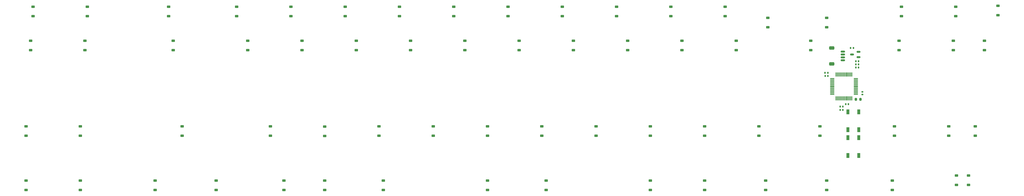
<source format=gbr>
%TF.GenerationSoftware,KiCad,Pcbnew,7.0.7*%
%TF.CreationDate,2024-05-14T18:11:23-06:00*%
%TF.ProjectId,spell,7370656c-6c2e-46b6-9963-61645f706362,rev?*%
%TF.SameCoordinates,Original*%
%TF.FileFunction,Paste,Bot*%
%TF.FilePolarity,Positive*%
%FSLAX46Y46*%
G04 Gerber Fmt 4.6, Leading zero omitted, Abs format (unit mm)*
G04 Created by KiCad (PCBNEW 7.0.7) date 2024-05-14 18:11:23*
%MOMM*%
%LPD*%
G01*
G04 APERTURE LIST*
G04 Aperture macros list*
%AMRoundRect*
0 Rectangle with rounded corners*
0 $1 Rounding radius*
0 $2 $3 $4 $5 $6 $7 $8 $9 X,Y pos of 4 corners*
0 Add a 4 corners polygon primitive as box body*
4,1,4,$2,$3,$4,$5,$6,$7,$8,$9,$2,$3,0*
0 Add four circle primitives for the rounded corners*
1,1,$1+$1,$2,$3*
1,1,$1+$1,$4,$5*
1,1,$1+$1,$6,$7*
1,1,$1+$1,$8,$9*
0 Add four rect primitives between the rounded corners*
20,1,$1+$1,$2,$3,$4,$5,0*
20,1,$1+$1,$4,$5,$6,$7,0*
20,1,$1+$1,$6,$7,$8,$9,0*
20,1,$1+$1,$8,$9,$2,$3,0*%
G04 Aperture macros list end*
%ADD10RoundRect,0.225000X0.375000X-0.225000X0.375000X0.225000X-0.375000X0.225000X-0.375000X-0.225000X0*%
%ADD11RoundRect,0.225000X-0.375000X0.225000X-0.375000X-0.225000X0.375000X-0.225000X0.375000X0.225000X0*%
%ADD12RoundRect,0.140000X0.140000X0.170000X-0.140000X0.170000X-0.140000X-0.170000X0.140000X-0.170000X0*%
%ADD13R,1.000000X1.700000*%
%ADD14RoundRect,0.150000X0.512500X0.150000X-0.512500X0.150000X-0.512500X-0.150000X0.512500X-0.150000X0*%
%ADD15RoundRect,0.075000X0.075000X-0.662500X0.075000X0.662500X-0.075000X0.662500X-0.075000X-0.662500X0*%
%ADD16RoundRect,0.075000X0.662500X-0.075000X0.662500X0.075000X-0.662500X0.075000X-0.662500X-0.075000X0*%
%ADD17RoundRect,0.140000X-0.140000X-0.170000X0.140000X-0.170000X0.140000X0.170000X-0.140000X0.170000X0*%
%ADD18RoundRect,0.250000X0.650000X-0.350000X0.650000X0.350000X-0.650000X0.350000X-0.650000X-0.350000X0*%
%ADD19RoundRect,0.150000X0.625000X-0.150000X0.625000X0.150000X-0.625000X0.150000X-0.625000X-0.150000X0*%
%ADD20RoundRect,0.140000X0.170000X-0.140000X0.170000X0.140000X-0.170000X0.140000X-0.170000X-0.140000X0*%
%ADD21RoundRect,0.200000X0.200000X0.275000X-0.200000X0.275000X-0.200000X-0.275000X0.200000X-0.275000X0*%
G04 APERTURE END LIST*
D10*
%TO.C,D4*%
X120906414Y-35968750D03*
X120906414Y-39268750D03*
%TD*%
D11*
%TO.C,D20*%
X67666414Y-51225000D03*
X67666414Y-47925000D03*
%TD*%
D10*
%TO.C,D49*%
X325635164Y-77983750D03*
X325635164Y-81283750D03*
%TD*%
%TO.C,D67*%
X208953914Y-97033750D03*
X208953914Y-100333750D03*
%TD*%
%TO.C,D39*%
X132753914Y-77983750D03*
X132753914Y-81283750D03*
%TD*%
D11*
%TO.C,D33*%
X353416414Y-51225000D03*
X353416414Y-47925000D03*
%TD*%
D10*
%TO.C,D58*%
X137516414Y-97033750D03*
X137516414Y-100333750D03*
%TD*%
%TO.C,D48*%
X304203914Y-77983750D03*
X304203914Y-81283750D03*
%TD*%
%TO.C,D38*%
X101797664Y-77983750D03*
X101797664Y-81283750D03*
%TD*%
D11*
%TO.C,D26*%
X201016414Y-51225000D03*
X201016414Y-47925000D03*
%TD*%
D10*
%TO.C,D60*%
X306585164Y-97033750D03*
X306585164Y-100333750D03*
%TD*%
%TO.C,D45*%
X247053914Y-77983750D03*
X247053914Y-81283750D03*
%TD*%
%TO.C,D46*%
X266103914Y-77983750D03*
X266103914Y-81283750D03*
%TD*%
D12*
%TO.C,C4*%
X338240000Y-56230000D03*
X339200000Y-56230000D03*
%TD*%
D10*
%TO.C,D52*%
X370878914Y-77983750D03*
X370878914Y-81283750D03*
%TD*%
%TO.C,D53*%
X380206250Y-81283750D03*
X380206250Y-77983750D03*
%TD*%
D13*
%TO.C,SW2*%
X335445102Y-72832848D03*
X335445102Y-79132848D03*
X339245102Y-72832848D03*
X339245102Y-79132848D03*
%TD*%
D14*
%TO.C,U2*%
X336932500Y-52710000D03*
X339207500Y-53660000D03*
X339207500Y-51760000D03*
%TD*%
D10*
%TO.C,D11*%
X254256414Y-35968750D03*
X254256414Y-39268750D03*
%TD*%
D12*
%TO.C,C9*%
X328430884Y-59166912D03*
X327470884Y-59166912D03*
%TD*%
D10*
%TO.C,D1*%
X49468914Y-35968750D03*
X49468914Y-39268750D03*
%TD*%
D11*
%TO.C,D32*%
X322460164Y-51225000D03*
X322460164Y-47925000D03*
%TD*%
D10*
%TO.C,D13*%
X292356414Y-35968750D03*
X292356414Y-39268750D03*
%TD*%
D11*
%TO.C,D34*%
X372466414Y-51225000D03*
X372466414Y-47925000D03*
%TD*%
D10*
%TO.C,D42*%
X189903914Y-77983750D03*
X189903914Y-81283750D03*
%TD*%
D13*
%TO.C,SW1*%
X335450000Y-81900000D03*
X335450000Y-88200000D03*
X339250000Y-81900000D03*
X339250000Y-88200000D03*
%TD*%
D10*
%TO.C,D56*%
X92272664Y-97033750D03*
X92272664Y-100333750D03*
%TD*%
D11*
%TO.C,D22*%
X124816414Y-51225000D03*
X124816414Y-47925000D03*
%TD*%
D10*
%TO.C,D68*%
X229591414Y-97033750D03*
X229591414Y-100333750D03*
%TD*%
%TO.C,D59*%
X285153914Y-97033750D03*
X285153914Y-100333750D03*
%TD*%
%TO.C,D9*%
X216156414Y-35968750D03*
X216156414Y-39268750D03*
%TD*%
D11*
%TO.C,D24*%
X162916414Y-51225000D03*
X162916414Y-47925000D03*
%TD*%
D10*
%TO.C,D3*%
X97093914Y-35968750D03*
X97093914Y-39268750D03*
%TD*%
%TO.C,D16*%
X354268914Y-35968750D03*
X354268914Y-39268750D03*
%TD*%
%TO.C,D17*%
X373318914Y-35968750D03*
X373318914Y-39268750D03*
%TD*%
%TO.C,D10*%
X235206414Y-35968750D03*
X235206414Y-39268750D03*
%TD*%
%TO.C,D40*%
X151803914Y-78046250D03*
X151803914Y-81346250D03*
%TD*%
%TO.C,D41*%
X170853914Y-77983750D03*
X170853914Y-81283750D03*
%TD*%
%TO.C,D8*%
X197106414Y-35968750D03*
X197106414Y-39268750D03*
%TD*%
%TO.C,D6*%
X159006414Y-35968750D03*
X159006414Y-39268750D03*
%TD*%
D15*
%TO.C,U1*%
X336845100Y-68107848D03*
X336345100Y-68107848D03*
X335845100Y-68107848D03*
X335345100Y-68107848D03*
X334845100Y-68107848D03*
X334345100Y-68107848D03*
X333845100Y-68107848D03*
X333345100Y-68107848D03*
X332845100Y-68107848D03*
X332345100Y-68107848D03*
X331845100Y-68107848D03*
X331345100Y-68107848D03*
D16*
X329932600Y-66695348D03*
X329932600Y-66195348D03*
X329932600Y-65695348D03*
X329932600Y-65195348D03*
X329932600Y-64695348D03*
X329932600Y-64195348D03*
X329932600Y-63695348D03*
X329932600Y-63195348D03*
X329932600Y-62695348D03*
X329932600Y-62195348D03*
X329932600Y-61695348D03*
X329932600Y-61195348D03*
D15*
X331345100Y-59782848D03*
X331845100Y-59782848D03*
X332345100Y-59782848D03*
X332845100Y-59782848D03*
X333345100Y-59782848D03*
X333845100Y-59782848D03*
X334345100Y-59782848D03*
X334845100Y-59782848D03*
X335345100Y-59782848D03*
X335845100Y-59782848D03*
X336345100Y-59782848D03*
X336845100Y-59782848D03*
D16*
X338257600Y-61195348D03*
X338257600Y-61695348D03*
X338257600Y-62195348D03*
X338257600Y-62695348D03*
X338257600Y-63195348D03*
X338257600Y-63695348D03*
X338257600Y-64195348D03*
X338257600Y-64695348D03*
X338257600Y-65195348D03*
X338257600Y-65695348D03*
X338257600Y-66195348D03*
X338257600Y-66695348D03*
%TD*%
D17*
%TO.C,C1*%
X334680041Y-70189958D03*
X335640041Y-70189958D03*
%TD*%
D10*
%TO.C,D2*%
X68518914Y-35968750D03*
X68518914Y-39268750D03*
%TD*%
D12*
%TO.C,C8*%
X328460002Y-60270001D03*
X327500002Y-60270001D03*
%TD*%
D11*
%TO.C,D21*%
X98622664Y-51225000D03*
X98622664Y-47925000D03*
%TD*%
%TO.C,D29*%
X258166414Y-51225000D03*
X258166414Y-47925000D03*
%TD*%
D10*
%TO.C,D14*%
X307378914Y-39883750D03*
X307378914Y-43183750D03*
%TD*%
%TO.C,D36*%
X47028914Y-77983750D03*
X47028914Y-81283750D03*
%TD*%
D12*
%TO.C,C7*%
X338240002Y-57304800D03*
X339200002Y-57304800D03*
%TD*%
D11*
%TO.C,D23*%
X143866414Y-51225000D03*
X143866414Y-47925000D03*
%TD*%
D10*
%TO.C,D66*%
X172441414Y-97033750D03*
X172441414Y-100333750D03*
%TD*%
D11*
%TO.C,D27*%
X220066414Y-51225000D03*
X220066414Y-47925000D03*
%TD*%
D17*
%TO.C,C6*%
X332737901Y-71017901D03*
X333697901Y-71017901D03*
%TD*%
D10*
%TO.C,D63*%
X373566414Y-95187500D03*
X373566414Y-98487500D03*
%TD*%
%TO.C,D69*%
X266103914Y-97033750D03*
X266103914Y-100333750D03*
%TD*%
D11*
%TO.C,D31*%
X296266414Y-51225000D03*
X296266414Y-47925000D03*
%TD*%
D17*
%TO.C,C2*%
X337390000Y-50410000D03*
X336430000Y-50410000D03*
%TD*%
D10*
%TO.C,D51*%
X351828914Y-77983750D03*
X351828914Y-81283750D03*
%TD*%
D18*
%TO.C,J1*%
X329825000Y-50450000D03*
X329825000Y-56050000D03*
D19*
X333700000Y-51750000D03*
X333700000Y-52750000D03*
X333700000Y-53750000D03*
X333700000Y-54750000D03*
%TD*%
D10*
%TO.C,D5*%
X139956414Y-35968750D03*
X139956414Y-39268750D03*
%TD*%
D11*
%TO.C,D35*%
X383381250Y-51225000D03*
X383381250Y-47925000D03*
%TD*%
D10*
%TO.C,D54*%
X47028914Y-97033750D03*
X47028914Y-100333750D03*
%TD*%
D11*
%TO.C,D19*%
X48616414Y-51225000D03*
X48616414Y-47925000D03*
%TD*%
D10*
%TO.C,D43*%
X208953914Y-77983750D03*
X208953914Y-81283750D03*
%TD*%
%TO.C,D12*%
X273306414Y-35968750D03*
X273306414Y-39268750D03*
%TD*%
%TO.C,D15*%
X328016414Y-39883750D03*
X328016414Y-43183750D03*
%TD*%
%TO.C,D61*%
X328016414Y-97033750D03*
X328016414Y-100333750D03*
%TD*%
D17*
%TO.C,C3*%
X332738229Y-72196758D03*
X333698229Y-72196758D03*
%TD*%
D11*
%TO.C,D28*%
X239116414Y-51225000D03*
X239116414Y-47925000D03*
%TD*%
D10*
%TO.C,D55*%
X66078914Y-97033750D03*
X66078914Y-100333750D03*
%TD*%
D20*
%TO.C,C5*%
X340537901Y-66777901D03*
X340537901Y-65817901D03*
%TD*%
D21*
%TO.C,R1*%
X339910041Y-68464958D03*
X338260041Y-68464958D03*
%TD*%
D10*
%TO.C,D37*%
X66078914Y-77983750D03*
X66078914Y-81283750D03*
%TD*%
D11*
%TO.C,D30*%
X277216414Y-51225000D03*
X277216414Y-47925000D03*
%TD*%
D10*
%TO.C,D18*%
X388143750Y-35656250D03*
X388143750Y-38956250D03*
%TD*%
%TO.C,D44*%
X228003914Y-77983750D03*
X228003914Y-81283750D03*
%TD*%
D11*
%TO.C,D25*%
X181966414Y-51225000D03*
X181966414Y-47925000D03*
%TD*%
D10*
%TO.C,D57*%
X113703914Y-97033750D03*
X113703914Y-100333750D03*
%TD*%
D12*
%TO.C,C10*%
X338267705Y-55081732D03*
X339227705Y-55081732D03*
%TD*%
D10*
%TO.C,D64*%
X377825000Y-95187500D03*
X377825000Y-98487500D03*
%TD*%
%TO.C,D62*%
X351035164Y-97033750D03*
X351035164Y-100333750D03*
%TD*%
%TO.C,D7*%
X178056414Y-35968750D03*
X178056414Y-39268750D03*
%TD*%
%TO.C,D47*%
X285153914Y-77983750D03*
X285153914Y-81283750D03*
%TD*%
%TO.C,D65*%
X151803914Y-97033750D03*
X151803914Y-100333750D03*
%TD*%
M02*

</source>
